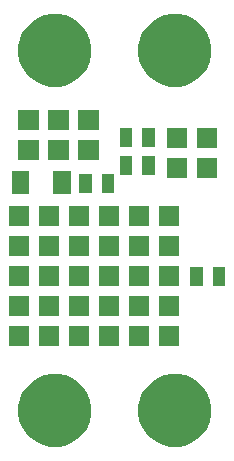
<source format=gbr>
G04 #@! TF.FileFunction,Soldermask,Bot*
%FSLAX46Y46*%
G04 Gerber Fmt 4.6, Leading zero omitted, Abs format (unit mm)*
G04 Created by KiCad (PCBNEW 4.0.1-stable) date 20. 4. 2016 8:51:44*
%MOMM*%
G01*
G04 APERTURE LIST*
%ADD10C,0.500000*%
G04 APERTURE END LIST*
D10*
G36*
X5405606Y8177937D02*
X6001133Y8055693D01*
X6561569Y7820108D01*
X7065576Y7480151D01*
X7493955Y7048771D01*
X7830385Y6542404D01*
X8062052Y5980337D01*
X8180068Y5384314D01*
X8180068Y5384300D01*
X8180133Y5383971D01*
X8170437Y4689587D01*
X8170361Y4689253D01*
X8170361Y4689241D01*
X8035752Y4096754D01*
X7788479Y3541370D01*
X7438043Y3044595D01*
X6997784Y2625342D01*
X6484486Y2299594D01*
X5917685Y2079745D01*
X5318982Y1974179D01*
X4711174Y1986910D01*
X4117407Y2117458D01*
X3560316Y2360845D01*
X3061106Y2707806D01*
X2638792Y3145125D01*
X2309467Y3656136D01*
X2085668Y4221387D01*
X1975922Y4819346D01*
X1984411Y5427227D01*
X2110808Y6021881D01*
X2350303Y6580664D01*
X2693770Y7082284D01*
X3128129Y7507641D01*
X3636832Y7840527D01*
X4200506Y8068266D01*
X4797676Y8182182D01*
X5405606Y8177937D01*
X5405606Y8177937D01*
G37*
G36*
X15565606Y8177937D02*
X16161133Y8055693D01*
X16721569Y7820108D01*
X17225576Y7480151D01*
X17653955Y7048771D01*
X17990385Y6542404D01*
X18222052Y5980337D01*
X18340068Y5384314D01*
X18340068Y5384300D01*
X18340133Y5383971D01*
X18330437Y4689587D01*
X18330361Y4689253D01*
X18330361Y4689241D01*
X18195752Y4096754D01*
X17948479Y3541370D01*
X17598043Y3044595D01*
X17157784Y2625342D01*
X16644486Y2299594D01*
X16077685Y2079745D01*
X15478982Y1974179D01*
X14871174Y1986910D01*
X14277407Y2117458D01*
X13720316Y2360845D01*
X13221106Y2707806D01*
X12798792Y3145125D01*
X12469467Y3656136D01*
X12245668Y4221387D01*
X12135922Y4819346D01*
X12144411Y5427227D01*
X12270808Y6021881D01*
X12510303Y6580664D01*
X12853770Y7082284D01*
X13288129Y7507641D01*
X13796832Y7840527D01*
X14360506Y8068266D01*
X14957676Y8182182D01*
X15565606Y8177937D01*
X15565606Y8177937D01*
G37*
G36*
X7974000Y10504500D02*
X6250000Y10504500D01*
X6250000Y12228500D01*
X7974000Y12228500D01*
X7974000Y10504500D01*
X7974000Y10504500D01*
G37*
G36*
X15594000Y10504500D02*
X13870000Y10504500D01*
X13870000Y12228500D01*
X15594000Y12228500D01*
X15594000Y10504500D01*
X15594000Y10504500D01*
G37*
G36*
X13054000Y10504500D02*
X11330000Y10504500D01*
X11330000Y12228500D01*
X13054000Y12228500D01*
X13054000Y10504500D01*
X13054000Y10504500D01*
G37*
G36*
X5434000Y10504500D02*
X3710000Y10504500D01*
X3710000Y12228500D01*
X5434000Y12228500D01*
X5434000Y10504500D01*
X5434000Y10504500D01*
G37*
G36*
X2894000Y10504500D02*
X1170000Y10504500D01*
X1170000Y12228500D01*
X2894000Y12228500D01*
X2894000Y10504500D01*
X2894000Y10504500D01*
G37*
G36*
X10514000Y10504500D02*
X8790000Y10504500D01*
X8790000Y12228500D01*
X10514000Y12228500D01*
X10514000Y10504500D01*
X10514000Y10504500D01*
G37*
G36*
X7974000Y13044500D02*
X6250000Y13044500D01*
X6250000Y14768500D01*
X7974000Y14768500D01*
X7974000Y13044500D01*
X7974000Y13044500D01*
G37*
G36*
X10514000Y13044500D02*
X8790000Y13044500D01*
X8790000Y14768500D01*
X10514000Y14768500D01*
X10514000Y13044500D01*
X10514000Y13044500D01*
G37*
G36*
X5434000Y13044500D02*
X3710000Y13044500D01*
X3710000Y14768500D01*
X5434000Y14768500D01*
X5434000Y13044500D01*
X5434000Y13044500D01*
G37*
G36*
X15594000Y13044500D02*
X13870000Y13044500D01*
X13870000Y14768500D01*
X15594000Y14768500D01*
X15594000Y13044500D01*
X15594000Y13044500D01*
G37*
G36*
X13054000Y13044500D02*
X11330000Y13044500D01*
X11330000Y14768500D01*
X13054000Y14768500D01*
X13054000Y13044500D01*
X13054000Y13044500D01*
G37*
G36*
X2894000Y13044500D02*
X1170000Y13044500D01*
X1170000Y14768500D01*
X2894000Y14768500D01*
X2894000Y13044500D01*
X2894000Y13044500D01*
G37*
G36*
X2894000Y15584500D02*
X1170000Y15584500D01*
X1170000Y17308500D01*
X2894000Y17308500D01*
X2894000Y15584500D01*
X2894000Y15584500D01*
G37*
G36*
X5434000Y15584500D02*
X3710000Y15584500D01*
X3710000Y17308500D01*
X5434000Y17308500D01*
X5434000Y15584500D01*
X5434000Y15584500D01*
G37*
G36*
X10514000Y15584500D02*
X8790000Y15584500D01*
X8790000Y17308500D01*
X10514000Y17308500D01*
X10514000Y15584500D01*
X10514000Y15584500D01*
G37*
G36*
X7974000Y15584500D02*
X6250000Y15584500D01*
X6250000Y17308500D01*
X7974000Y17308500D01*
X7974000Y15584500D01*
X7974000Y15584500D01*
G37*
G36*
X19531000Y15584500D02*
X18442000Y15584500D01*
X18442000Y17181500D01*
X19531000Y17181500D01*
X19531000Y15584500D01*
X19531000Y15584500D01*
G37*
G36*
X15594000Y15584500D02*
X13870000Y15584500D01*
X13870000Y17308500D01*
X15594000Y17308500D01*
X15594000Y15584500D01*
X15594000Y15584500D01*
G37*
G36*
X13054000Y15584500D02*
X11330000Y15584500D01*
X11330000Y17308500D01*
X13054000Y17308500D01*
X13054000Y15584500D01*
X13054000Y15584500D01*
G37*
G36*
X17626000Y15584500D02*
X16537000Y15584500D01*
X16537000Y17181500D01*
X17626000Y17181500D01*
X17626000Y15584500D01*
X17626000Y15584500D01*
G37*
G36*
X5434000Y18124500D02*
X3710000Y18124500D01*
X3710000Y19848500D01*
X5434000Y19848500D01*
X5434000Y18124500D01*
X5434000Y18124500D01*
G37*
G36*
X2894000Y18124500D02*
X1170000Y18124500D01*
X1170000Y19848500D01*
X2894000Y19848500D01*
X2894000Y18124500D01*
X2894000Y18124500D01*
G37*
G36*
X10514000Y18124500D02*
X8790000Y18124500D01*
X8790000Y19848500D01*
X10514000Y19848500D01*
X10514000Y18124500D01*
X10514000Y18124500D01*
G37*
G36*
X13054000Y18124500D02*
X11330000Y18124500D01*
X11330000Y19848500D01*
X13054000Y19848500D01*
X13054000Y18124500D01*
X13054000Y18124500D01*
G37*
G36*
X7974000Y18124500D02*
X6250000Y18124500D01*
X6250000Y19848500D01*
X7974000Y19848500D01*
X7974000Y18124500D01*
X7974000Y18124500D01*
G37*
G36*
X15594000Y18124500D02*
X13870000Y18124500D01*
X13870000Y19848500D01*
X15594000Y19848500D01*
X15594000Y18124500D01*
X15594000Y18124500D01*
G37*
G36*
X5434000Y20664500D02*
X3710000Y20664500D01*
X3710000Y22388500D01*
X5434000Y22388500D01*
X5434000Y20664500D01*
X5434000Y20664500D01*
G37*
G36*
X2894000Y20664500D02*
X1170000Y20664500D01*
X1170000Y22388500D01*
X2894000Y22388500D01*
X2894000Y20664500D01*
X2894000Y20664500D01*
G37*
G36*
X15594000Y20664500D02*
X13870000Y20664500D01*
X13870000Y22388500D01*
X15594000Y22388500D01*
X15594000Y20664500D01*
X15594000Y20664500D01*
G37*
G36*
X10514000Y20664500D02*
X8790000Y20664500D01*
X8790000Y22388500D01*
X10514000Y22388500D01*
X10514000Y20664500D01*
X10514000Y20664500D01*
G37*
G36*
X7974000Y20664500D02*
X6250000Y20664500D01*
X6250000Y22388500D01*
X7974000Y22388500D01*
X7974000Y20664500D01*
X7974000Y20664500D01*
G37*
G36*
X13054000Y20664500D02*
X11330000Y20664500D01*
X11330000Y22388500D01*
X13054000Y22388500D01*
X13054000Y20664500D01*
X13054000Y20664500D01*
G37*
G36*
X6437300Y23434370D02*
X4936820Y23434370D01*
X4936820Y25333630D01*
X6437300Y25333630D01*
X6437300Y23434370D01*
X6437300Y23434370D01*
G37*
G36*
X2937180Y23434370D02*
X1436700Y23434370D01*
X1436700Y25333630D01*
X2937180Y25333630D01*
X2937180Y23434370D01*
X2937180Y23434370D01*
G37*
G36*
X8228000Y23522000D02*
X7139000Y23522000D01*
X7139000Y25119000D01*
X8228000Y25119000D01*
X8228000Y23522000D01*
X8228000Y23522000D01*
G37*
G36*
X10133000Y23522000D02*
X9044000Y23522000D01*
X9044000Y25119000D01*
X10133000Y25119000D01*
X10133000Y23522000D01*
X10133000Y23522000D01*
G37*
G36*
X16292500Y24728500D02*
X14568500Y24728500D01*
X14568500Y26452500D01*
X16292500Y26452500D01*
X16292500Y24728500D01*
X16292500Y24728500D01*
G37*
G36*
X18832500Y24728500D02*
X17108500Y24728500D01*
X17108500Y26452500D01*
X18832500Y26452500D01*
X18832500Y24728500D01*
X18832500Y24728500D01*
G37*
G36*
X11657000Y25046000D02*
X10568000Y25046000D01*
X10568000Y26643000D01*
X11657000Y26643000D01*
X11657000Y25046000D01*
X11657000Y25046000D01*
G37*
G36*
X13562000Y25046000D02*
X12473000Y25046000D01*
X12473000Y26643000D01*
X13562000Y26643000D01*
X13562000Y25046000D01*
X13562000Y25046000D01*
G37*
G36*
X3719500Y26252500D02*
X1995500Y26252500D01*
X1995500Y27976500D01*
X3719500Y27976500D01*
X3719500Y26252500D01*
X3719500Y26252500D01*
G37*
G36*
X6259500Y26252500D02*
X4535500Y26252500D01*
X4535500Y27976500D01*
X6259500Y27976500D01*
X6259500Y26252500D01*
X6259500Y26252500D01*
G37*
G36*
X8799500Y26252500D02*
X7075500Y26252500D01*
X7075500Y27976500D01*
X8799500Y27976500D01*
X8799500Y26252500D01*
X8799500Y26252500D01*
G37*
G36*
X16292500Y27268500D02*
X14568500Y27268500D01*
X14568500Y28992500D01*
X16292500Y28992500D01*
X16292500Y27268500D01*
X16292500Y27268500D01*
G37*
G36*
X18832500Y27268500D02*
X17108500Y27268500D01*
X17108500Y28992500D01*
X18832500Y28992500D01*
X18832500Y27268500D01*
X18832500Y27268500D01*
G37*
G36*
X13562000Y27395500D02*
X12473000Y27395500D01*
X12473000Y28992500D01*
X13562000Y28992500D01*
X13562000Y27395500D01*
X13562000Y27395500D01*
G37*
G36*
X11657000Y27395500D02*
X10568000Y27395500D01*
X10568000Y28992500D01*
X11657000Y28992500D01*
X11657000Y27395500D01*
X11657000Y27395500D01*
G37*
G36*
X8799500Y28792500D02*
X7075500Y28792500D01*
X7075500Y30516500D01*
X8799500Y30516500D01*
X8799500Y28792500D01*
X8799500Y28792500D01*
G37*
G36*
X6259500Y28792500D02*
X4535500Y28792500D01*
X4535500Y30516500D01*
X6259500Y30516500D01*
X6259500Y28792500D01*
X6259500Y28792500D01*
G37*
G36*
X3719500Y28792500D02*
X1995500Y28792500D01*
X1995500Y30516500D01*
X3719500Y30516500D01*
X3719500Y28792500D01*
X3719500Y28792500D01*
G37*
G36*
X5405606Y38657937D02*
X6001133Y38535693D01*
X6561569Y38300108D01*
X7065576Y37960151D01*
X7493955Y37528771D01*
X7830385Y37022404D01*
X8062052Y36460337D01*
X8180068Y35864314D01*
X8180068Y35864300D01*
X8180133Y35863971D01*
X8170437Y35169587D01*
X8170361Y35169253D01*
X8170361Y35169241D01*
X8035752Y34576754D01*
X7788479Y34021370D01*
X7438043Y33524595D01*
X6997784Y33105342D01*
X6484486Y32779594D01*
X5917685Y32559745D01*
X5318982Y32454179D01*
X4711174Y32466910D01*
X4117407Y32597458D01*
X3560316Y32840845D01*
X3061106Y33187806D01*
X2638792Y33625125D01*
X2309467Y34136136D01*
X2085668Y34701387D01*
X1975922Y35299346D01*
X1984411Y35907227D01*
X2110808Y36501881D01*
X2350303Y37060664D01*
X2693770Y37562284D01*
X3128129Y37987641D01*
X3636832Y38320527D01*
X4200506Y38548266D01*
X4797676Y38662182D01*
X5405606Y38657937D01*
X5405606Y38657937D01*
G37*
G36*
X15565606Y38657937D02*
X16161133Y38535693D01*
X16721569Y38300108D01*
X17225576Y37960151D01*
X17653955Y37528771D01*
X17990385Y37022404D01*
X18222052Y36460337D01*
X18340068Y35864314D01*
X18340068Y35864300D01*
X18340133Y35863971D01*
X18330437Y35169587D01*
X18330361Y35169253D01*
X18330361Y35169241D01*
X18195752Y34576754D01*
X17948479Y34021370D01*
X17598043Y33524595D01*
X17157784Y33105342D01*
X16644486Y32779594D01*
X16077685Y32559745D01*
X15478982Y32454179D01*
X14871174Y32466910D01*
X14277407Y32597458D01*
X13720316Y32840845D01*
X13221106Y33187806D01*
X12798792Y33625125D01*
X12469467Y34136136D01*
X12245668Y34701387D01*
X12135922Y35299346D01*
X12144411Y35907227D01*
X12270808Y36501881D01*
X12510303Y37060664D01*
X12853770Y37562284D01*
X13288129Y37987641D01*
X13796832Y38320527D01*
X14360506Y38548266D01*
X14957676Y38662182D01*
X15565606Y38657937D01*
X15565606Y38657937D01*
G37*
M02*

</source>
